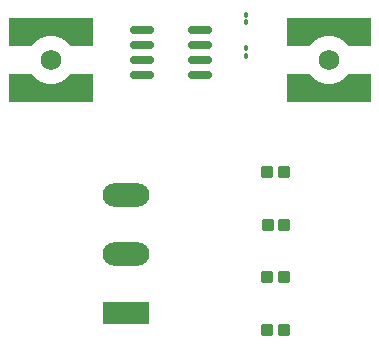
<source format=gbr>
%TF.GenerationSoftware,KiCad,Pcbnew,7.0.10*%
%TF.CreationDate,2024-06-28T18:16:17+02:00*%
%TF.ProjectId,lm7171opamp,6c6d3731-3731-46f7-9061-6d702e6b6963,rev?*%
%TF.SameCoordinates,Original*%
%TF.FileFunction,Soldermask,Top*%
%TF.FilePolarity,Negative*%
%FSLAX46Y46*%
G04 Gerber Fmt 4.6, Leading zero omitted, Abs format (unit mm)*
G04 Created by KiCad (PCBNEW 7.0.10) date 2024-06-28 18:16:17*
%MOMM*%
%LPD*%
G01*
G04 APERTURE LIST*
G04 Aperture macros list*
%AMRoundRect*
0 Rectangle with rounded corners*
0 $1 Rounding radius*
0 $2 $3 $4 $5 $6 $7 $8 $9 X,Y pos of 4 corners*
0 Add a 4 corners polygon primitive as box body*
4,1,4,$2,$3,$4,$5,$6,$7,$8,$9,$2,$3,0*
0 Add four circle primitives for the rounded corners*
1,1,$1+$1,$2,$3*
1,1,$1+$1,$4,$5*
1,1,$1+$1,$6,$7*
1,1,$1+$1,$8,$9*
0 Add four rect primitives between the rounded corners*
20,1,$1+$1,$2,$3,$4,$5,0*
20,1,$1+$1,$4,$5,$6,$7,0*
20,1,$1+$1,$6,$7,$8,$9,0*
20,1,$1+$1,$8,$9,$2,$3,0*%
%AMFreePoly0*
4,1,25,-1.500000,1.420000,-1.360000,1.280000,-1.205000,1.155000,-1.035000,1.045000,-0.860000,0.950000,-0.675000,0.875000,-0.480000,0.820000,-0.280000,0.780000,-0.085000,0.765000,0.085000,0.765000,0.280000,0.780000,0.480000,0.820000,0.675000,0.875000,0.860000,0.950000,1.035000,1.045000,1.205000,1.155000,1.360000,1.280000,1.500000,1.420000,1.645000,1.595000,3.555000,1.595000,
3.555000,-0.755000,-3.555000,-0.755000,-3.555000,1.595000,-1.645000,1.595000,-1.500000,1.420000,-1.500000,1.420000,$1*%
G04 Aperture macros list end*
%ADD10RoundRect,0.100000X-0.100000X0.130000X-0.100000X-0.130000X0.100000X-0.130000X0.100000X0.130000X0*%
%ADD11RoundRect,0.250000X-0.287500X-0.275000X0.287500X-0.275000X0.287500X0.275000X-0.287500X0.275000X0*%
%ADD12RoundRect,0.150000X-0.825000X-0.150000X0.825000X-0.150000X0.825000X0.150000X-0.825000X0.150000X0*%
%ADD13R,3.960000X1.980000*%
%ADD14O,3.960000X1.980000*%
%ADD15C,1.730000*%
%ADD16FreePoly0,180.000000*%
%ADD17FreePoly0,0.000000*%
G04 APERTURE END LIST*
D10*
%TO.C,R1*%
X106045000Y-73340000D03*
X106045000Y-73980000D03*
%TD*%
D11*
%TO.C,C2*%
X107795000Y-97155000D03*
X109220000Y-97155000D03*
%TD*%
D12*
%TO.C,U1*%
X97220000Y-71755000D03*
X97220000Y-73025000D03*
X97220000Y-74295000D03*
X97220000Y-75565000D03*
X102170000Y-75565000D03*
X102170000Y-74295000D03*
X102170000Y-73025000D03*
X102170000Y-71755000D03*
%TD*%
D11*
%TO.C,C3*%
X107795000Y-83820000D03*
X109220000Y-83820000D03*
%TD*%
D13*
%TO.C,J3*%
X95885000Y-95725000D03*
D14*
X95885000Y-90725000D03*
X95885000Y-85725000D03*
%TD*%
D15*
%TO.C,J1*%
X89535000Y-74295000D03*
D16*
X89535000Y-71495000D03*
D17*
X89535000Y-77095000D03*
%TD*%
D10*
%TO.C,R2*%
X106045000Y-70480000D03*
X106045000Y-71120000D03*
%TD*%
D11*
%TO.C,C1*%
X107795000Y-92710000D03*
X109220000Y-92710000D03*
%TD*%
%TO.C,C4*%
X107872500Y-88265000D03*
X109297500Y-88265000D03*
%TD*%
D15*
%TO.C,J2*%
X113030000Y-74295000D03*
D16*
X113030000Y-71495000D03*
D17*
X113030000Y-77095000D03*
%TD*%
M02*

</source>
